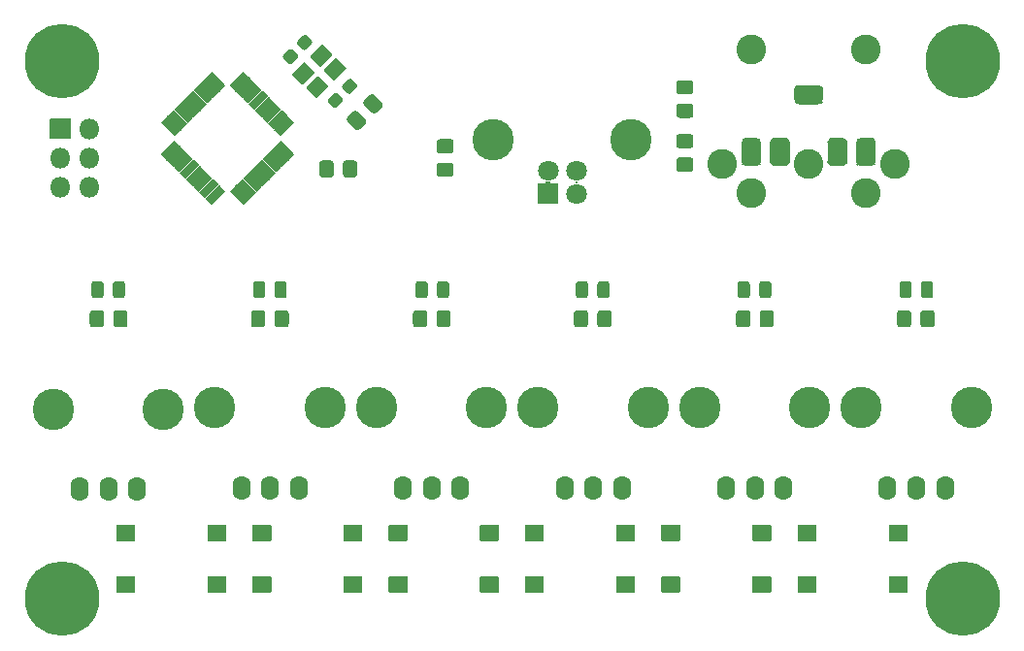
<source format=gbr>
G04 #@! TF.GenerationSoftware,KiCad,Pcbnew,(5.1.10)-1*
G04 #@! TF.CreationDate,2021-09-13T18:31:10+02:00*
G04 #@! TF.ProjectId,CardSizeMidiController,43617264-5369-47a6-954d-696469436f6e,rev?*
G04 #@! TF.SameCoordinates,Original*
G04 #@! TF.FileFunction,Soldermask,Top*
G04 #@! TF.FilePolarity,Negative*
%FSLAX46Y46*%
G04 Gerber Fmt 4.6, Leading zero omitted, Abs format (unit mm)*
G04 Created by KiCad (PCBNEW (5.1.10)-1) date 2021-09-13 18:31:10*
%MOMM*%
%LPD*%
G01*
G04 APERTURE LIST*
%ADD10O,1.602000X2.102000*%
%ADD11C,3.602000*%
%ADD12O,1.802000X1.802000*%
%ADD13C,1.802000*%
%ADD14C,0.902000*%
%ADD15C,6.502000*%
%ADD16C,2.601360*%
%ADD17C,0.100000*%
G04 APERTURE END LIST*
G36*
G01*
X75691000Y-49877000D02*
X75691000Y-48577000D01*
G75*
G02*
X75742000Y-48526000I51000J0D01*
G01*
X77292000Y-48526000D01*
G75*
G02*
X77343000Y-48577000I0J-51000D01*
G01*
X77343000Y-49877000D01*
G75*
G02*
X77292000Y-49928000I-51000J0D01*
G01*
X75742000Y-49928000D01*
G75*
G02*
X75691000Y-49877000I0J51000D01*
G01*
G37*
G36*
G01*
X75691000Y-45377000D02*
X75691000Y-44077000D01*
G75*
G02*
X75742000Y-44026000I51000J0D01*
G01*
X77292000Y-44026000D01*
G75*
G02*
X77343000Y-44077000I0J-51000D01*
G01*
X77343000Y-45377000D01*
G75*
G02*
X77292000Y-45428000I-51000J0D01*
G01*
X75742000Y-45428000D01*
G75*
G02*
X75691000Y-45377000I0J51000D01*
G01*
G37*
G36*
G01*
X67741000Y-45377000D02*
X67741000Y-44077000D01*
G75*
G02*
X67792000Y-44026000I51000J0D01*
G01*
X69342000Y-44026000D01*
G75*
G02*
X69393000Y-44077000I0J-51000D01*
G01*
X69393000Y-45377000D01*
G75*
G02*
X69342000Y-45428000I-51000J0D01*
G01*
X67792000Y-45428000D01*
G75*
G02*
X67741000Y-45377000I0J51000D01*
G01*
G37*
G36*
G01*
X67741000Y-49877000D02*
X67741000Y-48577000D01*
G75*
G02*
X67792000Y-48526000I51000J0D01*
G01*
X69342000Y-48526000D01*
G75*
G02*
X69393000Y-48577000I0J-51000D01*
G01*
X69393000Y-49877000D01*
G75*
G02*
X69342000Y-49928000I-51000J0D01*
G01*
X67792000Y-49928000D01*
G75*
G02*
X67741000Y-49877000I0J51000D01*
G01*
G37*
G36*
G01*
X63803800Y-49877000D02*
X63803800Y-48577000D01*
G75*
G02*
X63854800Y-48526000I51000J0D01*
G01*
X65404800Y-48526000D01*
G75*
G02*
X65455800Y-48577000I0J-51000D01*
G01*
X65455800Y-49877000D01*
G75*
G02*
X65404800Y-49928000I-51000J0D01*
G01*
X63854800Y-49928000D01*
G75*
G02*
X63803800Y-49877000I0J51000D01*
G01*
G37*
G36*
G01*
X63803800Y-45377000D02*
X63803800Y-44077000D01*
G75*
G02*
X63854800Y-44026000I51000J0D01*
G01*
X65404800Y-44026000D01*
G75*
G02*
X65455800Y-44077000I0J-51000D01*
G01*
X65455800Y-45377000D01*
G75*
G02*
X65404800Y-45428000I-51000J0D01*
G01*
X63854800Y-45428000D01*
G75*
G02*
X63803800Y-45377000I0J51000D01*
G01*
G37*
G36*
G01*
X55853800Y-45377000D02*
X55853800Y-44077000D01*
G75*
G02*
X55904800Y-44026000I51000J0D01*
G01*
X57454800Y-44026000D01*
G75*
G02*
X57505800Y-44077000I0J-51000D01*
G01*
X57505800Y-45377000D01*
G75*
G02*
X57454800Y-45428000I-51000J0D01*
G01*
X55904800Y-45428000D01*
G75*
G02*
X55853800Y-45377000I0J51000D01*
G01*
G37*
G36*
G01*
X55853800Y-49877000D02*
X55853800Y-48577000D01*
G75*
G02*
X55904800Y-48526000I51000J0D01*
G01*
X57454800Y-48526000D01*
G75*
G02*
X57505800Y-48577000I0J-51000D01*
G01*
X57505800Y-49877000D01*
G75*
G02*
X57454800Y-49928000I-51000J0D01*
G01*
X55904800Y-49928000D01*
G75*
G02*
X55853800Y-49877000I0J51000D01*
G01*
G37*
G36*
G01*
X51916600Y-49877000D02*
X51916600Y-48577000D01*
G75*
G02*
X51967600Y-48526000I51000J0D01*
G01*
X53517600Y-48526000D01*
G75*
G02*
X53568600Y-48577000I0J-51000D01*
G01*
X53568600Y-49877000D01*
G75*
G02*
X53517600Y-49928000I-51000J0D01*
G01*
X51967600Y-49928000D01*
G75*
G02*
X51916600Y-49877000I0J51000D01*
G01*
G37*
G36*
G01*
X51916600Y-45377000D02*
X51916600Y-44077000D01*
G75*
G02*
X51967600Y-44026000I51000J0D01*
G01*
X53517600Y-44026000D01*
G75*
G02*
X53568600Y-44077000I0J-51000D01*
G01*
X53568600Y-45377000D01*
G75*
G02*
X53517600Y-45428000I-51000J0D01*
G01*
X51967600Y-45428000D01*
G75*
G02*
X51916600Y-45377000I0J51000D01*
G01*
G37*
G36*
G01*
X43966600Y-45377000D02*
X43966600Y-44077000D01*
G75*
G02*
X44017600Y-44026000I51000J0D01*
G01*
X45567600Y-44026000D01*
G75*
G02*
X45618600Y-44077000I0J-51000D01*
G01*
X45618600Y-45377000D01*
G75*
G02*
X45567600Y-45428000I-51000J0D01*
G01*
X44017600Y-45428000D01*
G75*
G02*
X43966600Y-45377000I0J51000D01*
G01*
G37*
G36*
G01*
X43966600Y-49877000D02*
X43966600Y-48577000D01*
G75*
G02*
X44017600Y-48526000I51000J0D01*
G01*
X45567600Y-48526000D01*
G75*
G02*
X45618600Y-48577000I0J-51000D01*
G01*
X45618600Y-49877000D01*
G75*
G02*
X45567600Y-49928000I-51000J0D01*
G01*
X44017600Y-49928000D01*
G75*
G02*
X43966600Y-49877000I0J51000D01*
G01*
G37*
G36*
G01*
X40029400Y-49877000D02*
X40029400Y-48577000D01*
G75*
G02*
X40080400Y-48526000I51000J0D01*
G01*
X41630400Y-48526000D01*
G75*
G02*
X41681400Y-48577000I0J-51000D01*
G01*
X41681400Y-49877000D01*
G75*
G02*
X41630400Y-49928000I-51000J0D01*
G01*
X40080400Y-49928000D01*
G75*
G02*
X40029400Y-49877000I0J51000D01*
G01*
G37*
G36*
G01*
X40029400Y-45377000D02*
X40029400Y-44077000D01*
G75*
G02*
X40080400Y-44026000I51000J0D01*
G01*
X41630400Y-44026000D01*
G75*
G02*
X41681400Y-44077000I0J-51000D01*
G01*
X41681400Y-45377000D01*
G75*
G02*
X41630400Y-45428000I-51000J0D01*
G01*
X40080400Y-45428000D01*
G75*
G02*
X40029400Y-45377000I0J51000D01*
G01*
G37*
G36*
G01*
X32079400Y-45377000D02*
X32079400Y-44077000D01*
G75*
G02*
X32130400Y-44026000I51000J0D01*
G01*
X33680400Y-44026000D01*
G75*
G02*
X33731400Y-44077000I0J-51000D01*
G01*
X33731400Y-45377000D01*
G75*
G02*
X33680400Y-45428000I-51000J0D01*
G01*
X32130400Y-45428000D01*
G75*
G02*
X32079400Y-45377000I0J51000D01*
G01*
G37*
G36*
G01*
X32079400Y-49877000D02*
X32079400Y-48577000D01*
G75*
G02*
X32130400Y-48526000I51000J0D01*
G01*
X33680400Y-48526000D01*
G75*
G02*
X33731400Y-48577000I0J-51000D01*
G01*
X33731400Y-49877000D01*
G75*
G02*
X33680400Y-49928000I-51000J0D01*
G01*
X32130400Y-49928000D01*
G75*
G02*
X32079400Y-49877000I0J51000D01*
G01*
G37*
G36*
G01*
X28142200Y-49877000D02*
X28142200Y-48577000D01*
G75*
G02*
X28193200Y-48526000I51000J0D01*
G01*
X29743200Y-48526000D01*
G75*
G02*
X29794200Y-48577000I0J-51000D01*
G01*
X29794200Y-49877000D01*
G75*
G02*
X29743200Y-49928000I-51000J0D01*
G01*
X28193200Y-49928000D01*
G75*
G02*
X28142200Y-49877000I0J51000D01*
G01*
G37*
G36*
G01*
X28142200Y-45377000D02*
X28142200Y-44077000D01*
G75*
G02*
X28193200Y-44026000I51000J0D01*
G01*
X29743200Y-44026000D01*
G75*
G02*
X29794200Y-44077000I0J-51000D01*
G01*
X29794200Y-45377000D01*
G75*
G02*
X29743200Y-45428000I-51000J0D01*
G01*
X28193200Y-45428000D01*
G75*
G02*
X28142200Y-45377000I0J51000D01*
G01*
G37*
G36*
G01*
X20192200Y-45377000D02*
X20192200Y-44077000D01*
G75*
G02*
X20243200Y-44026000I51000J0D01*
G01*
X21793200Y-44026000D01*
G75*
G02*
X21844200Y-44077000I0J-51000D01*
G01*
X21844200Y-45377000D01*
G75*
G02*
X21793200Y-45428000I-51000J0D01*
G01*
X20243200Y-45428000D01*
G75*
G02*
X20192200Y-45377000I0J51000D01*
G01*
G37*
G36*
G01*
X20192200Y-49877000D02*
X20192200Y-48577000D01*
G75*
G02*
X20243200Y-48526000I51000J0D01*
G01*
X21793200Y-48526000D01*
G75*
G02*
X21844200Y-48577000I0J-51000D01*
G01*
X21844200Y-49877000D01*
G75*
G02*
X21793200Y-49928000I-51000J0D01*
G01*
X20243200Y-49928000D01*
G75*
G02*
X20192200Y-49877000I0J51000D01*
G01*
G37*
G36*
G01*
X16255000Y-49877000D02*
X16255000Y-48577000D01*
G75*
G02*
X16306000Y-48526000I51000J0D01*
G01*
X17856000Y-48526000D01*
G75*
G02*
X17907000Y-48577000I0J-51000D01*
G01*
X17907000Y-49877000D01*
G75*
G02*
X17856000Y-49928000I-51000J0D01*
G01*
X16306000Y-49928000D01*
G75*
G02*
X16255000Y-49877000I0J51000D01*
G01*
G37*
G36*
G01*
X16255000Y-45377000D02*
X16255000Y-44077000D01*
G75*
G02*
X16306000Y-44026000I51000J0D01*
G01*
X17856000Y-44026000D01*
G75*
G02*
X17907000Y-44077000I0J-51000D01*
G01*
X17907000Y-45377000D01*
G75*
G02*
X17856000Y-45428000I-51000J0D01*
G01*
X16306000Y-45428000D01*
G75*
G02*
X16255000Y-45377000I0J51000D01*
G01*
G37*
G36*
G01*
X8305000Y-45377000D02*
X8305000Y-44077000D01*
G75*
G02*
X8356000Y-44026000I51000J0D01*
G01*
X9906000Y-44026000D01*
G75*
G02*
X9957000Y-44077000I0J-51000D01*
G01*
X9957000Y-45377000D01*
G75*
G02*
X9906000Y-45428000I-51000J0D01*
G01*
X8356000Y-45428000D01*
G75*
G02*
X8305000Y-45377000I0J51000D01*
G01*
G37*
G36*
G01*
X8305000Y-49877000D02*
X8305000Y-48577000D01*
G75*
G02*
X8356000Y-48526000I51000J0D01*
G01*
X9906000Y-48526000D01*
G75*
G02*
X9957000Y-48577000I0J-51000D01*
G01*
X9957000Y-49877000D01*
G75*
G02*
X9906000Y-49928000I-51000J0D01*
G01*
X8356000Y-49928000D01*
G75*
G02*
X8305000Y-49877000I0J51000D01*
G01*
G37*
G36*
G01*
X30620717Y-8056448D02*
X29943552Y-7379283D01*
G75*
G02*
X29943552Y-6994373I192455J192455D01*
G01*
X30443941Y-6493984D01*
G75*
G02*
X30828851Y-6493984I192455J-192455D01*
G01*
X31506016Y-7171149D01*
G75*
G02*
X31506016Y-7556059I-192455J-192455D01*
G01*
X31005627Y-8056448D01*
G75*
G02*
X30620717Y-8056448I-192455J192455D01*
G01*
G37*
G36*
G01*
X29171149Y-9506016D02*
X28493984Y-8828851D01*
G75*
G02*
X28493984Y-8443941I192455J192455D01*
G01*
X28994373Y-7943552D01*
G75*
G02*
X29379283Y-7943552I192455J-192455D01*
G01*
X30056448Y-8620717D01*
G75*
G02*
X30056448Y-9005627I-192455J-192455D01*
G01*
X29556059Y-9506016D01*
G75*
G02*
X29171149Y-9506016I-192455J192455D01*
G01*
G37*
G36*
G01*
X37478828Y-13651000D02*
X36521172Y-13651000D01*
G75*
G02*
X36249000Y-13378828I0J272172D01*
G01*
X36249000Y-12671172D01*
G75*
G02*
X36521172Y-12399000I272172J0D01*
G01*
X37478828Y-12399000D01*
G75*
G02*
X37751000Y-12671172I0J-272172D01*
G01*
X37751000Y-13378828D01*
G75*
G02*
X37478828Y-13651000I-272172J0D01*
G01*
G37*
G36*
G01*
X37478828Y-11601000D02*
X36521172Y-11601000D01*
G75*
G02*
X36249000Y-11328828I0J272172D01*
G01*
X36249000Y-10621172D01*
G75*
G02*
X36521172Y-10349000I272172J0D01*
G01*
X37478828Y-10349000D01*
G75*
G02*
X37751000Y-10621172I0J-272172D01*
G01*
X37751000Y-11328828D01*
G75*
G02*
X37478828Y-11601000I-272172J0D01*
G01*
G37*
G36*
G01*
X69958000Y-6051500D02*
X69958000Y-6902500D01*
G75*
G02*
X69532500Y-7328000I-425500J0D01*
G01*
X67881500Y-7328000D01*
G75*
G02*
X67456000Y-6902500I0J425500D01*
G01*
X67456000Y-6051500D01*
G75*
G02*
X67881500Y-5626000I425500J0D01*
G01*
X69532500Y-5626000D01*
G75*
G02*
X69958000Y-6051500I0J-425500D01*
G01*
G37*
G36*
G01*
X67058000Y-10651500D02*
X67058000Y-12302500D01*
G75*
G02*
X66632500Y-12728000I-425500J0D01*
G01*
X65781500Y-12728000D01*
G75*
G02*
X65356000Y-12302500I0J425500D01*
G01*
X65356000Y-10651500D01*
G75*
G02*
X65781500Y-10226000I425500J0D01*
G01*
X66632500Y-10226000D01*
G75*
G02*
X67058000Y-10651500I0J-425500D01*
G01*
G37*
G36*
G01*
X72058000Y-10651500D02*
X72058000Y-12302500D01*
G75*
G02*
X71632500Y-12728000I-425500J0D01*
G01*
X70781500Y-12728000D01*
G75*
G02*
X70356000Y-12302500I0J425500D01*
G01*
X70356000Y-10651500D01*
G75*
G02*
X70781500Y-10226000I425500J0D01*
G01*
X71632500Y-10226000D01*
G75*
G02*
X72058000Y-10651500I0J-425500D01*
G01*
G37*
G36*
G01*
X64558000Y-10651500D02*
X64558000Y-12302500D01*
G75*
G02*
X64132500Y-12728000I-425500J0D01*
G01*
X63281500Y-12728000D01*
G75*
G02*
X62856000Y-12302500I0J425500D01*
G01*
X62856000Y-10651500D01*
G75*
G02*
X63281500Y-10226000I425500J0D01*
G01*
X64132500Y-10226000D01*
G75*
G02*
X64558000Y-10651500I0J-425500D01*
G01*
G37*
G36*
G01*
X74558000Y-10651500D02*
X74558000Y-12302500D01*
G75*
G02*
X74132500Y-12728000I-425500J0D01*
G01*
X73281500Y-12728000D01*
G75*
G02*
X72856000Y-12302500I0J425500D01*
G01*
X72856000Y-10651500D01*
G75*
G02*
X73281500Y-10226000I425500J0D01*
G01*
X74132500Y-10226000D01*
G75*
G02*
X74558000Y-10651500I0J-425500D01*
G01*
G37*
G36*
G01*
X6144000Y-23976750D02*
X6144000Y-23013250D01*
G75*
G02*
X6413250Y-22744000I269250J0D01*
G01*
X6951750Y-22744000D01*
G75*
G02*
X7221000Y-23013250I0J-269250D01*
G01*
X7221000Y-23976750D01*
G75*
G02*
X6951750Y-24246000I-269250J0D01*
G01*
X6413250Y-24246000D01*
G75*
G02*
X6144000Y-23976750I0J269250D01*
G01*
G37*
G36*
G01*
X8019000Y-23976750D02*
X8019000Y-23013250D01*
G75*
G02*
X8288250Y-22744000I269250J0D01*
G01*
X8826750Y-22744000D01*
G75*
G02*
X9096000Y-23013250I0J-269250D01*
G01*
X9096000Y-23976750D01*
G75*
G02*
X8826750Y-24246000I-269250J0D01*
G01*
X8288250Y-24246000D01*
G75*
G02*
X8019000Y-23976750I0J269250D01*
G01*
G37*
G36*
G01*
X6007700Y-26513828D02*
X6007700Y-25556172D01*
G75*
G02*
X6279872Y-25284000I272172J0D01*
G01*
X6987528Y-25284000D01*
G75*
G02*
X7259700Y-25556172I0J-272172D01*
G01*
X7259700Y-26513828D01*
G75*
G02*
X6987528Y-26786000I-272172J0D01*
G01*
X6279872Y-26786000D01*
G75*
G02*
X6007700Y-26513828I0J272172D01*
G01*
G37*
G36*
G01*
X8057700Y-26513828D02*
X8057700Y-25556172D01*
G75*
G02*
X8329872Y-25284000I272172J0D01*
G01*
X9037528Y-25284000D01*
G75*
G02*
X9309700Y-25556172I0J-272172D01*
G01*
X9309700Y-26513828D01*
G75*
G02*
X9037528Y-26786000I-272172J0D01*
G01*
X8329872Y-26786000D01*
G75*
G02*
X8057700Y-26513828I0J272172D01*
G01*
G37*
D10*
X5121400Y-40909000D03*
X7621400Y-40909000D03*
X10121400Y-40909000D03*
D11*
X2821400Y-33909000D03*
X12421400Y-33909000D03*
G36*
G01*
X28448094Y-6340845D02*
X28076155Y-5968906D01*
G75*
G02*
X28076155Y-5596968I185969J185969D01*
G01*
X28518804Y-5154319D01*
G75*
G02*
X28890742Y-5154319I185969J-185969D01*
G01*
X29262681Y-5526258D01*
G75*
G02*
X29262681Y-5898196I-185969J-185969D01*
G01*
X28820032Y-6340845D01*
G75*
G02*
X28448094Y-6340845I-185969J185969D01*
G01*
G37*
G36*
G01*
X27210658Y-7578281D02*
X26838719Y-7206342D01*
G75*
G02*
X26838719Y-6834404I185969J185969D01*
G01*
X27281368Y-6391755D01*
G75*
G02*
X27653306Y-6391755I185969J-185969D01*
G01*
X28025245Y-6763694D01*
G75*
G02*
X28025245Y-7135632I-185969J-185969D01*
G01*
X27582596Y-7578281D01*
G75*
G02*
X27210658Y-7578281I-185969J185969D01*
G01*
G37*
G36*
G01*
X24970042Y-1328019D02*
X25341981Y-1699958D01*
G75*
G02*
X25341981Y-2071896I-185969J-185969D01*
G01*
X24899332Y-2514545D01*
G75*
G02*
X24527394Y-2514545I-185969J185969D01*
G01*
X24155455Y-2142606D01*
G75*
G02*
X24155455Y-1770668I185969J185969D01*
G01*
X24598104Y-1328019D01*
G75*
G02*
X24970042Y-1328019I185969J-185969D01*
G01*
G37*
G36*
G01*
X23732606Y-2565455D02*
X24104545Y-2937394D01*
G75*
G02*
X24104545Y-3309332I-185969J-185969D01*
G01*
X23661896Y-3751981D01*
G75*
G02*
X23289958Y-3751981I-185969J185969D01*
G01*
X22918019Y-3380042D01*
G75*
G02*
X22918019Y-3008104I185969J185969D01*
G01*
X23360668Y-2565455D01*
G75*
G02*
X23732606Y-2565455I185969J-185969D01*
G01*
G37*
G36*
G01*
X2528000Y-10299000D02*
X2528000Y-8599000D01*
G75*
G02*
X2579000Y-8548000I51000J0D01*
G01*
X4279000Y-8548000D01*
G75*
G02*
X4330000Y-8599000I0J-51000D01*
G01*
X4330000Y-10299000D01*
G75*
G02*
X4279000Y-10350000I-51000J0D01*
G01*
X2579000Y-10350000D01*
G75*
G02*
X2528000Y-10299000I0J51000D01*
G01*
G37*
D12*
X5969000Y-9449000D03*
X3429000Y-11989000D03*
X5969000Y-11989000D03*
X3429000Y-14529000D03*
X5969000Y-14529000D03*
G36*
G01*
X46824000Y-16014000D02*
X45124000Y-16014000D01*
G75*
G02*
X45073000Y-15963000I0J51000D01*
G01*
X45073000Y-14263000D01*
G75*
G02*
X45124000Y-14212000I51000J0D01*
G01*
X46824000Y-14212000D01*
G75*
G02*
X46875000Y-14263000I0J-51000D01*
G01*
X46875000Y-15963000D01*
G75*
G02*
X46824000Y-16014000I-51000J0D01*
G01*
G37*
D13*
X48474000Y-15113000D03*
X48474000Y-13113000D03*
X45974000Y-13113000D03*
D11*
X41204000Y-10403000D03*
X53244000Y-10403000D03*
G36*
G01*
X25751450Y-6779160D02*
X24902921Y-5930631D01*
G75*
G02*
X24902921Y-5858507I36062J36062D01*
G01*
X25892872Y-4868556D01*
G75*
G02*
X25964996Y-4868556I36062J-36062D01*
G01*
X26813525Y-5717085D01*
G75*
G02*
X26813525Y-5789209I-36062J-36062D01*
G01*
X25823574Y-6779160D01*
G75*
G02*
X25751450Y-6779160I-36062J36062D01*
G01*
G37*
G36*
G01*
X27307085Y-5223525D02*
X26458556Y-4374996D01*
G75*
G02*
X26458556Y-4302872I36062J36062D01*
G01*
X27448507Y-3312921D01*
G75*
G02*
X27520631Y-3312921I36062J-36062D01*
G01*
X28369160Y-4161450D01*
G75*
G02*
X28369160Y-4233574I-36062J-36062D01*
G01*
X27379209Y-5223525D01*
G75*
G02*
X27307085Y-5223525I-36062J36062D01*
G01*
G37*
G36*
G01*
X26105004Y-4021444D02*
X25256475Y-3172915D01*
G75*
G02*
X25256475Y-3100791I36062J36062D01*
G01*
X26246426Y-2110840D01*
G75*
G02*
X26318550Y-2110840I36062J-36062D01*
G01*
X27167079Y-2959369D01*
G75*
G02*
X27167079Y-3031493I-36062J-36062D01*
G01*
X26177128Y-4021444D01*
G75*
G02*
X26105004Y-4021444I-36062J36062D01*
G01*
G37*
G36*
G01*
X24549369Y-5577079D02*
X23700840Y-4728550D01*
G75*
G02*
X23700840Y-4656426I36062J36062D01*
G01*
X24690791Y-3666475D01*
G75*
G02*
X24762915Y-3666475I36062J-36062D01*
G01*
X25611444Y-4515004D01*
G75*
G02*
X25611444Y-4587128I-36062J-36062D01*
G01*
X24621493Y-5577079D01*
G75*
G02*
X24549369Y-5577079I-36062J36062D01*
G01*
G37*
G36*
G01*
X22116000Y-23976750D02*
X22116000Y-23013250D01*
G75*
G02*
X22385250Y-22744000I269250J0D01*
G01*
X22923750Y-22744000D01*
G75*
G02*
X23193000Y-23013250I0J-269250D01*
G01*
X23193000Y-23976750D01*
G75*
G02*
X22923750Y-24246000I-269250J0D01*
G01*
X22385250Y-24246000D01*
G75*
G02*
X22116000Y-23976750I0J269250D01*
G01*
G37*
G36*
G01*
X20241000Y-23976750D02*
X20241000Y-23013250D01*
G75*
G02*
X20510250Y-22744000I269250J0D01*
G01*
X21048750Y-22744000D01*
G75*
G02*
X21318000Y-23013250I0J-269250D01*
G01*
X21318000Y-23976750D01*
G75*
G02*
X21048750Y-24246000I-269250J0D01*
G01*
X20510250Y-24246000D01*
G75*
G02*
X20241000Y-23976750I0J269250D01*
G01*
G37*
G36*
G01*
X34412600Y-23976750D02*
X34412600Y-23013250D01*
G75*
G02*
X34681850Y-22744000I269250J0D01*
G01*
X35220350Y-22744000D01*
G75*
G02*
X35489600Y-23013250I0J-269250D01*
G01*
X35489600Y-23976750D01*
G75*
G02*
X35220350Y-24246000I-269250J0D01*
G01*
X34681850Y-24246000D01*
G75*
G02*
X34412600Y-23976750I0J269250D01*
G01*
G37*
G36*
G01*
X36287600Y-23976750D02*
X36287600Y-23013250D01*
G75*
G02*
X36556850Y-22744000I269250J0D01*
G01*
X37095350Y-22744000D01*
G75*
G02*
X37364600Y-23013250I0J-269250D01*
G01*
X37364600Y-23976750D01*
G75*
G02*
X37095350Y-24246000I-269250J0D01*
G01*
X36556850Y-24246000D01*
G75*
G02*
X36287600Y-23976750I0J269250D01*
G01*
G37*
G36*
G01*
X50275400Y-23976750D02*
X50275400Y-23013250D01*
G75*
G02*
X50544650Y-22744000I269250J0D01*
G01*
X51083150Y-22744000D01*
G75*
G02*
X51352400Y-23013250I0J-269250D01*
G01*
X51352400Y-23976750D01*
G75*
G02*
X51083150Y-24246000I-269250J0D01*
G01*
X50544650Y-24246000D01*
G75*
G02*
X50275400Y-23976750I0J269250D01*
G01*
G37*
G36*
G01*
X48400400Y-23976750D02*
X48400400Y-23013250D01*
G75*
G02*
X48669650Y-22744000I269250J0D01*
G01*
X49208150Y-22744000D01*
G75*
G02*
X49477400Y-23013250I0J-269250D01*
G01*
X49477400Y-23976750D01*
G75*
G02*
X49208150Y-24246000I-269250J0D01*
G01*
X48669650Y-24246000D01*
G75*
G02*
X48400400Y-23976750I0J269250D01*
G01*
G37*
G36*
G01*
X62515300Y-23976750D02*
X62515300Y-23013250D01*
G75*
G02*
X62784550Y-22744000I269250J0D01*
G01*
X63323050Y-22744000D01*
G75*
G02*
X63592300Y-23013250I0J-269250D01*
G01*
X63592300Y-23976750D01*
G75*
G02*
X63323050Y-24246000I-269250J0D01*
G01*
X62784550Y-24246000D01*
G75*
G02*
X62515300Y-23976750I0J269250D01*
G01*
G37*
G36*
G01*
X64390300Y-23976750D02*
X64390300Y-23013250D01*
G75*
G02*
X64659550Y-22744000I269250J0D01*
G01*
X65198050Y-22744000D01*
G75*
G02*
X65467300Y-23013250I0J-269250D01*
G01*
X65467300Y-23976750D01*
G75*
G02*
X65198050Y-24246000I-269250J0D01*
G01*
X64659550Y-24246000D01*
G75*
G02*
X64390300Y-23976750I0J269250D01*
G01*
G37*
G36*
G01*
X78504000Y-23976750D02*
X78504000Y-23013250D01*
G75*
G02*
X78773250Y-22744000I269250J0D01*
G01*
X79311750Y-22744000D01*
G75*
G02*
X79581000Y-23013250I0J-269250D01*
G01*
X79581000Y-23976750D01*
G75*
G02*
X79311750Y-24246000I-269250J0D01*
G01*
X78773250Y-24246000D01*
G75*
G02*
X78504000Y-23976750I0J269250D01*
G01*
G37*
G36*
G01*
X76629000Y-23976750D02*
X76629000Y-23013250D01*
G75*
G02*
X76898250Y-22744000I269250J0D01*
G01*
X77436750Y-22744000D01*
G75*
G02*
X77706000Y-23013250I0J-269250D01*
G01*
X77706000Y-23976750D01*
G75*
G02*
X77436750Y-24246000I-269250J0D01*
G01*
X76898250Y-24246000D01*
G75*
G02*
X76629000Y-23976750I0J269250D01*
G01*
G37*
D14*
X83866056Y-48721944D03*
X82169000Y-48019000D03*
X80471944Y-48721944D03*
X79769000Y-50419000D03*
X80471944Y-52116056D03*
X82169000Y-52819000D03*
X83866056Y-52116056D03*
X84569000Y-50419000D03*
D15*
X82169000Y-50419000D03*
X3556000Y-3556000D03*
D14*
X5956000Y-3556000D03*
X5253056Y-5253056D03*
X3556000Y-5956000D03*
X1858944Y-5253056D03*
X1156000Y-3556000D03*
X1858944Y-1858944D03*
X3556000Y-1156000D03*
X5253056Y-1858944D03*
X5253056Y-48721944D03*
X3556000Y-48019000D03*
X1858944Y-48721944D03*
X1156000Y-50419000D03*
X1858944Y-52116056D03*
X3556000Y-52819000D03*
X5253056Y-52116056D03*
X5956000Y-50419000D03*
D15*
X3556000Y-50419000D03*
X82169000Y-3556000D03*
D14*
X84569000Y-3556000D03*
X83866056Y-5253056D03*
X82169000Y-5956000D03*
X80471944Y-5253056D03*
X79769000Y-3556000D03*
X80471944Y-1858944D03*
X82169000Y-1156000D03*
X83866056Y-1858944D03*
G36*
G01*
X23426396Y-8465493D02*
X23815305Y-8854402D01*
G75*
G02*
X23815305Y-8926526I-36062J-36062D01*
G01*
X22683934Y-10057897D01*
G75*
G02*
X22611810Y-10057897I-36062J36062D01*
G01*
X22222901Y-9668988D01*
G75*
G02*
X22222901Y-9596864I36062J36062D01*
G01*
X23354272Y-8465493D01*
G75*
G02*
X23426396Y-8465493I36062J-36062D01*
G01*
G37*
G36*
G01*
X22860710Y-7899808D02*
X23249619Y-8288717D01*
G75*
G02*
X23249619Y-8360841I-36062J-36062D01*
G01*
X22118248Y-9492212D01*
G75*
G02*
X22046124Y-9492212I-36062J36062D01*
G01*
X21657215Y-9103303D01*
G75*
G02*
X21657215Y-9031179I36062J36062D01*
G01*
X22788586Y-7899808D01*
G75*
G02*
X22860710Y-7899808I36062J-36062D01*
G01*
G37*
G36*
G01*
X22295025Y-7334122D02*
X22683934Y-7723031D01*
G75*
G02*
X22683934Y-7795155I-36062J-36062D01*
G01*
X21552563Y-8926526D01*
G75*
G02*
X21480439Y-8926526I-36062J36062D01*
G01*
X21091530Y-8537617D01*
G75*
G02*
X21091530Y-8465493I36062J36062D01*
G01*
X22222901Y-7334122D01*
G75*
G02*
X22295025Y-7334122I36062J-36062D01*
G01*
G37*
G36*
G01*
X21729340Y-6768437D02*
X22118249Y-7157346D01*
G75*
G02*
X22118249Y-7229470I-36062J-36062D01*
G01*
X20986878Y-8360841D01*
G75*
G02*
X20914754Y-8360841I-36062J36062D01*
G01*
X20525845Y-7971932D01*
G75*
G02*
X20525845Y-7899808I36062J36062D01*
G01*
X21657216Y-6768437D01*
G75*
G02*
X21729340Y-6768437I36062J-36062D01*
G01*
G37*
G36*
G01*
X21163654Y-6202751D02*
X21552563Y-6591660D01*
G75*
G02*
X21552563Y-6663784I-36062J-36062D01*
G01*
X20421192Y-7795155D01*
G75*
G02*
X20349068Y-7795155I-36062J36062D01*
G01*
X19960159Y-7406246D01*
G75*
G02*
X19960159Y-7334122I36062J36062D01*
G01*
X21091530Y-6202751D01*
G75*
G02*
X21163654Y-6202751I36062J-36062D01*
G01*
G37*
G36*
G01*
X20597969Y-5637066D02*
X20986878Y-6025975D01*
G75*
G02*
X20986878Y-6098099I-36062J-36062D01*
G01*
X19855507Y-7229470D01*
G75*
G02*
X19783383Y-7229470I-36062J36062D01*
G01*
X19394474Y-6840561D01*
G75*
G02*
X19394474Y-6768437I36062J36062D01*
G01*
X20525845Y-5637066D01*
G75*
G02*
X20597969Y-5637066I36062J-36062D01*
G01*
G37*
G36*
G01*
X20032283Y-5071381D02*
X20421192Y-5460290D01*
G75*
G02*
X20421192Y-5532414I-36062J-36062D01*
G01*
X19289821Y-6663785D01*
G75*
G02*
X19217697Y-6663785I-36062J36062D01*
G01*
X18828788Y-6274876D01*
G75*
G02*
X18828788Y-6202752I36062J36062D01*
G01*
X19960159Y-5071381D01*
G75*
G02*
X20032283Y-5071381I36062J-36062D01*
G01*
G37*
G36*
G01*
X19466598Y-4505695D02*
X19855507Y-4894604D01*
G75*
G02*
X19855507Y-4966728I-36062J-36062D01*
G01*
X18724136Y-6098099D01*
G75*
G02*
X18652012Y-6098099I-36062J36062D01*
G01*
X18263103Y-5709190D01*
G75*
G02*
X18263103Y-5637066I36062J36062D01*
G01*
X19394474Y-4505695D01*
G75*
G02*
X19466598Y-4505695I36062J-36062D01*
G01*
G37*
G36*
G01*
X16212493Y-4894604D02*
X16601402Y-4505695D01*
G75*
G02*
X16673526Y-4505695I36062J-36062D01*
G01*
X17804897Y-5637066D01*
G75*
G02*
X17804897Y-5709190I-36062J-36062D01*
G01*
X17415988Y-6098099D01*
G75*
G02*
X17343864Y-6098099I-36062J36062D01*
G01*
X16212493Y-4966728D01*
G75*
G02*
X16212493Y-4894604I36062J36062D01*
G01*
G37*
G36*
G01*
X15646808Y-5460290D02*
X16035717Y-5071381D01*
G75*
G02*
X16107841Y-5071381I36062J-36062D01*
G01*
X17239212Y-6202752D01*
G75*
G02*
X17239212Y-6274876I-36062J-36062D01*
G01*
X16850303Y-6663785D01*
G75*
G02*
X16778179Y-6663785I-36062J36062D01*
G01*
X15646808Y-5532414D01*
G75*
G02*
X15646808Y-5460290I36062J36062D01*
G01*
G37*
G36*
G01*
X15081122Y-6025975D02*
X15470031Y-5637066D01*
G75*
G02*
X15542155Y-5637066I36062J-36062D01*
G01*
X16673526Y-6768437D01*
G75*
G02*
X16673526Y-6840561I-36062J-36062D01*
G01*
X16284617Y-7229470D01*
G75*
G02*
X16212493Y-7229470I-36062J36062D01*
G01*
X15081122Y-6098099D01*
G75*
G02*
X15081122Y-6025975I36062J36062D01*
G01*
G37*
G36*
G01*
X14515437Y-6591660D02*
X14904346Y-6202751D01*
G75*
G02*
X14976470Y-6202751I36062J-36062D01*
G01*
X16107841Y-7334122D01*
G75*
G02*
X16107841Y-7406246I-36062J-36062D01*
G01*
X15718932Y-7795155D01*
G75*
G02*
X15646808Y-7795155I-36062J36062D01*
G01*
X14515437Y-6663784D01*
G75*
G02*
X14515437Y-6591660I36062J36062D01*
G01*
G37*
G36*
G01*
X13949751Y-7157346D02*
X14338660Y-6768437D01*
G75*
G02*
X14410784Y-6768437I36062J-36062D01*
G01*
X15542155Y-7899808D01*
G75*
G02*
X15542155Y-7971932I-36062J-36062D01*
G01*
X15153246Y-8360841D01*
G75*
G02*
X15081122Y-8360841I-36062J36062D01*
G01*
X13949751Y-7229470D01*
G75*
G02*
X13949751Y-7157346I36062J36062D01*
G01*
G37*
G36*
G01*
X13384066Y-7723031D02*
X13772975Y-7334122D01*
G75*
G02*
X13845099Y-7334122I36062J-36062D01*
G01*
X14976470Y-8465493D01*
G75*
G02*
X14976470Y-8537617I-36062J-36062D01*
G01*
X14587561Y-8926526D01*
G75*
G02*
X14515437Y-8926526I-36062J36062D01*
G01*
X13384066Y-7795155D01*
G75*
G02*
X13384066Y-7723031I36062J36062D01*
G01*
G37*
G36*
G01*
X12818381Y-8288717D02*
X13207290Y-7899808D01*
G75*
G02*
X13279414Y-7899808I36062J-36062D01*
G01*
X14410785Y-9031179D01*
G75*
G02*
X14410785Y-9103303I-36062J-36062D01*
G01*
X14021876Y-9492212D01*
G75*
G02*
X13949752Y-9492212I-36062J36062D01*
G01*
X12818381Y-8360841D01*
G75*
G02*
X12818381Y-8288717I36062J36062D01*
G01*
G37*
G36*
G01*
X12252695Y-8854402D02*
X12641604Y-8465493D01*
G75*
G02*
X12713728Y-8465493I36062J-36062D01*
G01*
X13845099Y-9596864D01*
G75*
G02*
X13845099Y-9668988I-36062J-36062D01*
G01*
X13456190Y-10057897D01*
G75*
G02*
X13384066Y-10057897I-36062J36062D01*
G01*
X12252695Y-8926526D01*
G75*
G02*
X12252695Y-8854402I36062J36062D01*
G01*
G37*
G36*
G01*
X13456190Y-10516103D02*
X13845099Y-10905012D01*
G75*
G02*
X13845099Y-10977136I-36062J-36062D01*
G01*
X12713728Y-12108507D01*
G75*
G02*
X12641604Y-12108507I-36062J36062D01*
G01*
X12252695Y-11719598D01*
G75*
G02*
X12252695Y-11647474I36062J36062D01*
G01*
X13384066Y-10516103D01*
G75*
G02*
X13456190Y-10516103I36062J-36062D01*
G01*
G37*
G36*
G01*
X14021876Y-11081788D02*
X14410785Y-11470697D01*
G75*
G02*
X14410785Y-11542821I-36062J-36062D01*
G01*
X13279414Y-12674192D01*
G75*
G02*
X13207290Y-12674192I-36062J36062D01*
G01*
X12818381Y-12285283D01*
G75*
G02*
X12818381Y-12213159I36062J36062D01*
G01*
X13949752Y-11081788D01*
G75*
G02*
X14021876Y-11081788I36062J-36062D01*
G01*
G37*
G36*
G01*
X14587561Y-11647474D02*
X14976470Y-12036383D01*
G75*
G02*
X14976470Y-12108507I-36062J-36062D01*
G01*
X13845099Y-13239878D01*
G75*
G02*
X13772975Y-13239878I-36062J36062D01*
G01*
X13384066Y-12850969D01*
G75*
G02*
X13384066Y-12778845I36062J36062D01*
G01*
X14515437Y-11647474D01*
G75*
G02*
X14587561Y-11647474I36062J-36062D01*
G01*
G37*
G36*
G01*
X15153246Y-12213159D02*
X15542155Y-12602068D01*
G75*
G02*
X15542155Y-12674192I-36062J-36062D01*
G01*
X14410784Y-13805563D01*
G75*
G02*
X14338660Y-13805563I-36062J36062D01*
G01*
X13949751Y-13416654D01*
G75*
G02*
X13949751Y-13344530I36062J36062D01*
G01*
X15081122Y-12213159D01*
G75*
G02*
X15153246Y-12213159I36062J-36062D01*
G01*
G37*
G36*
G01*
X15718932Y-12778845D02*
X16107841Y-13167754D01*
G75*
G02*
X16107841Y-13239878I-36062J-36062D01*
G01*
X14976470Y-14371249D01*
G75*
G02*
X14904346Y-14371249I-36062J36062D01*
G01*
X14515437Y-13982340D01*
G75*
G02*
X14515437Y-13910216I36062J36062D01*
G01*
X15646808Y-12778845D01*
G75*
G02*
X15718932Y-12778845I36062J-36062D01*
G01*
G37*
G36*
G01*
X16284617Y-13344530D02*
X16673526Y-13733439D01*
G75*
G02*
X16673526Y-13805563I-36062J-36062D01*
G01*
X15542155Y-14936934D01*
G75*
G02*
X15470031Y-14936934I-36062J36062D01*
G01*
X15081122Y-14548025D01*
G75*
G02*
X15081122Y-14475901I36062J36062D01*
G01*
X16212493Y-13344530D01*
G75*
G02*
X16284617Y-13344530I36062J-36062D01*
G01*
G37*
G36*
G01*
X16850303Y-13910215D02*
X17239212Y-14299124D01*
G75*
G02*
X17239212Y-14371248I-36062J-36062D01*
G01*
X16107841Y-15502619D01*
G75*
G02*
X16035717Y-15502619I-36062J36062D01*
G01*
X15646808Y-15113710D01*
G75*
G02*
X15646808Y-15041586I36062J36062D01*
G01*
X16778179Y-13910215D01*
G75*
G02*
X16850303Y-13910215I36062J-36062D01*
G01*
G37*
G36*
G01*
X17415988Y-14475901D02*
X17804897Y-14864810D01*
G75*
G02*
X17804897Y-14936934I-36062J-36062D01*
G01*
X16673526Y-16068305D01*
G75*
G02*
X16601402Y-16068305I-36062J36062D01*
G01*
X16212493Y-15679396D01*
G75*
G02*
X16212493Y-15607272I36062J36062D01*
G01*
X17343864Y-14475901D01*
G75*
G02*
X17415988Y-14475901I36062J-36062D01*
G01*
G37*
G36*
G01*
X18263103Y-14864810D02*
X18652012Y-14475901D01*
G75*
G02*
X18724136Y-14475901I36062J-36062D01*
G01*
X19855507Y-15607272D01*
G75*
G02*
X19855507Y-15679396I-36062J-36062D01*
G01*
X19466598Y-16068305D01*
G75*
G02*
X19394474Y-16068305I-36062J36062D01*
G01*
X18263103Y-14936934D01*
G75*
G02*
X18263103Y-14864810I36062J36062D01*
G01*
G37*
G36*
G01*
X18828788Y-14299124D02*
X19217697Y-13910215D01*
G75*
G02*
X19289821Y-13910215I36062J-36062D01*
G01*
X20421192Y-15041586D01*
G75*
G02*
X20421192Y-15113710I-36062J-36062D01*
G01*
X20032283Y-15502619D01*
G75*
G02*
X19960159Y-15502619I-36062J36062D01*
G01*
X18828788Y-14371248D01*
G75*
G02*
X18828788Y-14299124I36062J36062D01*
G01*
G37*
G36*
G01*
X19394474Y-13733439D02*
X19783383Y-13344530D01*
G75*
G02*
X19855507Y-13344530I36062J-36062D01*
G01*
X20986878Y-14475901D01*
G75*
G02*
X20986878Y-14548025I-36062J-36062D01*
G01*
X20597969Y-14936934D01*
G75*
G02*
X20525845Y-14936934I-36062J36062D01*
G01*
X19394474Y-13805563D01*
G75*
G02*
X19394474Y-13733439I36062J36062D01*
G01*
G37*
G36*
G01*
X19960159Y-13167754D02*
X20349068Y-12778845D01*
G75*
G02*
X20421192Y-12778845I36062J-36062D01*
G01*
X21552563Y-13910216D01*
G75*
G02*
X21552563Y-13982340I-36062J-36062D01*
G01*
X21163654Y-14371249D01*
G75*
G02*
X21091530Y-14371249I-36062J36062D01*
G01*
X19960159Y-13239878D01*
G75*
G02*
X19960159Y-13167754I36062J36062D01*
G01*
G37*
G36*
G01*
X20525845Y-12602068D02*
X20914754Y-12213159D01*
G75*
G02*
X20986878Y-12213159I36062J-36062D01*
G01*
X22118249Y-13344530D01*
G75*
G02*
X22118249Y-13416654I-36062J-36062D01*
G01*
X21729340Y-13805563D01*
G75*
G02*
X21657216Y-13805563I-36062J36062D01*
G01*
X20525845Y-12674192D01*
G75*
G02*
X20525845Y-12602068I36062J36062D01*
G01*
G37*
G36*
G01*
X21091530Y-12036383D02*
X21480439Y-11647474D01*
G75*
G02*
X21552563Y-11647474I36062J-36062D01*
G01*
X22683934Y-12778845D01*
G75*
G02*
X22683934Y-12850969I-36062J-36062D01*
G01*
X22295025Y-13239878D01*
G75*
G02*
X22222901Y-13239878I-36062J36062D01*
G01*
X21091530Y-12108507D01*
G75*
G02*
X21091530Y-12036383I36062J36062D01*
G01*
G37*
G36*
G01*
X21657215Y-11470697D02*
X22046124Y-11081788D01*
G75*
G02*
X22118248Y-11081788I36062J-36062D01*
G01*
X23249619Y-12213159D01*
G75*
G02*
X23249619Y-12285283I-36062J-36062D01*
G01*
X22860710Y-12674192D01*
G75*
G02*
X22788586Y-12674192I-36062J36062D01*
G01*
X21657215Y-11542821D01*
G75*
G02*
X21657215Y-11470697I36062J36062D01*
G01*
G37*
G36*
G01*
X22222901Y-10905012D02*
X22611810Y-10516103D01*
G75*
G02*
X22683934Y-10516103I36062J-36062D01*
G01*
X23815305Y-11647474D01*
G75*
G02*
X23815305Y-11719598I-36062J-36062D01*
G01*
X23426396Y-12108507D01*
G75*
G02*
X23354272Y-12108507I-36062J36062D01*
G01*
X22222901Y-10977136D01*
G75*
G02*
X22222901Y-10905012I36062J36062D01*
G01*
G37*
G36*
G01*
X57433172Y-5207000D02*
X58390828Y-5207000D01*
G75*
G02*
X58663000Y-5479172I0J-272172D01*
G01*
X58663000Y-6186828D01*
G75*
G02*
X58390828Y-6459000I-272172J0D01*
G01*
X57433172Y-6459000D01*
G75*
G02*
X57161000Y-6186828I0J272172D01*
G01*
X57161000Y-5479172D01*
G75*
G02*
X57433172Y-5207000I272172J0D01*
G01*
G37*
G36*
G01*
X57433172Y-7257000D02*
X58390828Y-7257000D01*
G75*
G02*
X58663000Y-7529172I0J-272172D01*
G01*
X58663000Y-8236828D01*
G75*
G02*
X58390828Y-8509000I-272172J0D01*
G01*
X57433172Y-8509000D01*
G75*
G02*
X57161000Y-8236828I0J272172D01*
G01*
X57161000Y-7529172D01*
G75*
G02*
X57433172Y-7257000I272172J0D01*
G01*
G37*
G36*
G01*
X58390828Y-11158000D02*
X57433172Y-11158000D01*
G75*
G02*
X57161000Y-10885828I0J272172D01*
G01*
X57161000Y-10178172D01*
G75*
G02*
X57433172Y-9906000I272172J0D01*
G01*
X58390828Y-9906000D01*
G75*
G02*
X58663000Y-10178172I0J-272172D01*
G01*
X58663000Y-10885828D01*
G75*
G02*
X58390828Y-11158000I-272172J0D01*
G01*
G37*
G36*
G01*
X58390828Y-13208000D02*
X57433172Y-13208000D01*
G75*
G02*
X57161000Y-12935828I0J272172D01*
G01*
X57161000Y-12228172D01*
G75*
G02*
X57433172Y-11956000I272172J0D01*
G01*
X58390828Y-11956000D01*
G75*
G02*
X58663000Y-12228172I0J-272172D01*
G01*
X58663000Y-12935828D01*
G75*
G02*
X58390828Y-13208000I-272172J0D01*
G01*
G37*
G36*
G01*
X29337000Y-12475172D02*
X29337000Y-13432828D01*
G75*
G02*
X29064828Y-13705000I-272172J0D01*
G01*
X28357172Y-13705000D01*
G75*
G02*
X28085000Y-13432828I0J272172D01*
G01*
X28085000Y-12475172D01*
G75*
G02*
X28357172Y-12203000I272172J0D01*
G01*
X29064828Y-12203000D01*
G75*
G02*
X29337000Y-12475172I0J-272172D01*
G01*
G37*
G36*
G01*
X27287000Y-12475172D02*
X27287000Y-13432828D01*
G75*
G02*
X27014828Y-13705000I-272172J0D01*
G01*
X26307172Y-13705000D01*
G75*
G02*
X26035000Y-13432828I0J272172D01*
G01*
X26035000Y-12475172D01*
G75*
G02*
X26307172Y-12203000I272172J0D01*
G01*
X27014828Y-12203000D01*
G75*
G02*
X27287000Y-12475172I0J-272172D01*
G01*
G37*
G36*
G01*
X76415300Y-26513828D02*
X76415300Y-25556172D01*
G75*
G02*
X76687472Y-25284000I272172J0D01*
G01*
X77395128Y-25284000D01*
G75*
G02*
X77667300Y-25556172I0J-272172D01*
G01*
X77667300Y-26513828D01*
G75*
G02*
X77395128Y-26786000I-272172J0D01*
G01*
X76687472Y-26786000D01*
G75*
G02*
X76415300Y-26513828I0J272172D01*
G01*
G37*
G36*
G01*
X78465300Y-26513828D02*
X78465300Y-25556172D01*
G75*
G02*
X78737472Y-25284000I272172J0D01*
G01*
X79445128Y-25284000D01*
G75*
G02*
X79717300Y-25556172I0J-272172D01*
G01*
X79717300Y-26513828D01*
G75*
G02*
X79445128Y-26786000I-272172J0D01*
G01*
X78737472Y-26786000D01*
G75*
G02*
X78465300Y-26513828I0J272172D01*
G01*
G37*
G36*
G01*
X64434600Y-26513828D02*
X64434600Y-25556172D01*
G75*
G02*
X64706772Y-25284000I272172J0D01*
G01*
X65414428Y-25284000D01*
G75*
G02*
X65686600Y-25556172I0J-272172D01*
G01*
X65686600Y-26513828D01*
G75*
G02*
X65414428Y-26786000I-272172J0D01*
G01*
X64706772Y-26786000D01*
G75*
G02*
X64434600Y-26513828I0J272172D01*
G01*
G37*
G36*
G01*
X62384600Y-26513828D02*
X62384600Y-25556172D01*
G75*
G02*
X62656772Y-25284000I272172J0D01*
G01*
X63364428Y-25284000D01*
G75*
G02*
X63636600Y-25556172I0J-272172D01*
G01*
X63636600Y-26513828D01*
G75*
G02*
X63364428Y-26786000I-272172J0D01*
G01*
X62656772Y-26786000D01*
G75*
G02*
X62384600Y-26513828I0J272172D01*
G01*
G37*
G36*
G01*
X48226900Y-26513828D02*
X48226900Y-25556172D01*
G75*
G02*
X48499072Y-25284000I272172J0D01*
G01*
X49206728Y-25284000D01*
G75*
G02*
X49478900Y-25556172I0J-272172D01*
G01*
X49478900Y-26513828D01*
G75*
G02*
X49206728Y-26786000I-272172J0D01*
G01*
X48499072Y-26786000D01*
G75*
G02*
X48226900Y-26513828I0J272172D01*
G01*
G37*
G36*
G01*
X50276900Y-26513828D02*
X50276900Y-25556172D01*
G75*
G02*
X50549072Y-25284000I272172J0D01*
G01*
X51256728Y-25284000D01*
G75*
G02*
X51528900Y-25556172I0J-272172D01*
G01*
X51528900Y-26513828D01*
G75*
G02*
X51256728Y-26786000I-272172J0D01*
G01*
X50549072Y-26786000D01*
G75*
G02*
X50276900Y-26513828I0J272172D01*
G01*
G37*
G36*
G01*
X36246100Y-26513828D02*
X36246100Y-25556172D01*
G75*
G02*
X36518272Y-25284000I272172J0D01*
G01*
X37225928Y-25284000D01*
G75*
G02*
X37498100Y-25556172I0J-272172D01*
G01*
X37498100Y-26513828D01*
G75*
G02*
X37225928Y-26786000I-272172J0D01*
G01*
X36518272Y-26786000D01*
G75*
G02*
X36246100Y-26513828I0J272172D01*
G01*
G37*
G36*
G01*
X34196100Y-26513828D02*
X34196100Y-25556172D01*
G75*
G02*
X34468272Y-25284000I272172J0D01*
G01*
X35175928Y-25284000D01*
G75*
G02*
X35448100Y-25556172I0J-272172D01*
G01*
X35448100Y-26513828D01*
G75*
G02*
X35175928Y-26786000I-272172J0D01*
G01*
X34468272Y-26786000D01*
G75*
G02*
X34196100Y-26513828I0J272172D01*
G01*
G37*
G36*
G01*
X20066000Y-26513828D02*
X20066000Y-25556172D01*
G75*
G02*
X20338172Y-25284000I272172J0D01*
G01*
X21045828Y-25284000D01*
G75*
G02*
X21318000Y-25556172I0J-272172D01*
G01*
X21318000Y-26513828D01*
G75*
G02*
X21045828Y-26786000I-272172J0D01*
G01*
X20338172Y-26786000D01*
G75*
G02*
X20066000Y-26513828I0J272172D01*
G01*
G37*
G36*
G01*
X22116000Y-26513828D02*
X22116000Y-25556172D01*
G75*
G02*
X22388172Y-25284000I272172J0D01*
G01*
X23095828Y-25284000D01*
G75*
G02*
X23368000Y-25556172I0J-272172D01*
G01*
X23368000Y-26513828D01*
G75*
G02*
X23095828Y-26786000I-272172J0D01*
G01*
X22388172Y-26786000D01*
G75*
G02*
X22116000Y-26513828I0J272172D01*
G01*
G37*
D16*
X76205080Y-12522200D03*
X63710820Y-15024100D03*
X68707000Y-12524740D03*
X61208920Y-12522200D03*
X73703180Y-15024100D03*
X63705740Y-2527300D03*
X73708260Y-2527300D03*
D11*
X54710700Y-33782000D03*
X45110700Y-33782000D03*
D10*
X52410700Y-40782000D03*
X49910700Y-40782000D03*
X47410700Y-40782000D03*
X61507100Y-40782000D03*
X64007100Y-40782000D03*
X66507100Y-40782000D03*
D11*
X59207100Y-33782000D03*
X68807100Y-33782000D03*
X26517900Y-33782000D03*
X16917900Y-33782000D03*
D10*
X24217900Y-40782000D03*
X21717900Y-40782000D03*
X19217900Y-40782000D03*
X75603600Y-40782000D03*
X78103600Y-40782000D03*
X80603600Y-40782000D03*
D11*
X73303600Y-33782000D03*
X82903600Y-33782000D03*
D10*
X33314300Y-40782000D03*
X35814300Y-40782000D03*
X38314300Y-40782000D03*
D11*
X31014300Y-33782000D03*
X40614300Y-33782000D03*
D17*
G36*
X17276689Y-14333773D02*
G01*
X17365071Y-14422155D01*
X17365076Y-14422161D01*
X17381340Y-14438425D01*
X17381858Y-14440357D01*
X17381340Y-14441253D01*
X16177845Y-15644748D01*
X16175913Y-15645266D01*
X16175017Y-15644748D01*
X16086635Y-15556366D01*
X16086630Y-15556360D01*
X16070366Y-15540096D01*
X16069848Y-15538164D01*
X16070366Y-15537268D01*
X17273861Y-14333773D01*
X17275793Y-14333255D01*
X17276689Y-14333773D01*
G37*
G36*
X19997635Y-15537268D02*
G01*
X19997635Y-15540096D01*
X19892984Y-15644748D01*
X19891052Y-15645266D01*
X19890156Y-15644748D01*
X18686661Y-14441253D01*
X18686143Y-14439321D01*
X18686661Y-14438425D01*
X18702915Y-14422171D01*
X18702934Y-14422150D01*
X18791312Y-14333773D01*
X18794140Y-14333773D01*
X19997635Y-15537268D01*
G37*
G36*
X16711003Y-13768088D02*
G01*
X16727262Y-13784347D01*
X16727273Y-13784357D01*
X16815655Y-13872739D01*
X16816173Y-13874671D01*
X16815655Y-13875567D01*
X15612160Y-15079062D01*
X15610228Y-15079580D01*
X15609332Y-15079062D01*
X15593073Y-15062803D01*
X15593062Y-15062793D01*
X15504680Y-14974411D01*
X15504162Y-14972479D01*
X15504680Y-14971583D01*
X16708175Y-13768088D01*
X16710107Y-13767570D01*
X16711003Y-13768088D01*
G37*
G36*
X19359826Y-13768088D02*
G01*
X20563321Y-14971583D01*
X20563839Y-14973515D01*
X20563321Y-14974411D01*
X20458669Y-15079062D01*
X20455841Y-15079062D01*
X19252346Y-13875567D01*
X19252346Y-13872739D01*
X19340723Y-13784361D01*
X19340744Y-13784342D01*
X19356998Y-13768088D01*
X19358930Y-13767570D01*
X19359826Y-13768088D01*
G37*
G36*
X16145318Y-13202403D02*
G01*
X16249969Y-13307054D01*
X16250487Y-13308986D01*
X16249969Y-13309882D01*
X15046474Y-14513377D01*
X15044542Y-14513895D01*
X15043646Y-14513377D01*
X14938995Y-14408726D01*
X14938477Y-14406794D01*
X14938995Y-14405898D01*
X16142490Y-13202403D01*
X16144422Y-13201885D01*
X16145318Y-13202403D01*
G37*
G36*
X19925511Y-13202403D02*
G01*
X21129006Y-14405898D01*
X21129524Y-14407830D01*
X21129006Y-14408726D01*
X21024355Y-14513377D01*
X21022423Y-14513895D01*
X21021527Y-14513377D01*
X19818032Y-13309882D01*
X19818032Y-13307054D01*
X19906419Y-13218666D01*
X19922683Y-13202403D01*
X19924615Y-13201885D01*
X19925511Y-13202403D01*
G37*
G36*
X48651684Y-13990864D02*
G01*
X48652074Y-13992826D01*
X48650761Y-13994097D01*
X48633369Y-13999373D01*
X48612105Y-14010738D01*
X48593468Y-14026033D01*
X48578173Y-14044670D01*
X48566808Y-14065934D01*
X48559808Y-14089009D01*
X48557445Y-14113000D01*
X48559808Y-14136991D01*
X48566808Y-14160066D01*
X48578173Y-14181330D01*
X48593468Y-14199967D01*
X48612105Y-14215262D01*
X48633369Y-14226627D01*
X48650761Y-14231903D01*
X48652128Y-14233363D01*
X48651547Y-14235277D01*
X48649790Y-14235779D01*
X48562114Y-14218339D01*
X48385886Y-14218339D01*
X48298210Y-14235779D01*
X48296316Y-14235136D01*
X48295926Y-14233174D01*
X48297239Y-14231903D01*
X48314631Y-14226627D01*
X48335895Y-14215262D01*
X48354532Y-14199967D01*
X48369827Y-14181330D01*
X48381192Y-14160066D01*
X48388192Y-14136991D01*
X48390555Y-14113000D01*
X48388192Y-14089009D01*
X48381192Y-14065934D01*
X48369827Y-14044670D01*
X48354532Y-14026033D01*
X48335895Y-14010738D01*
X48314631Y-13999373D01*
X48297239Y-13994097D01*
X48295872Y-13992637D01*
X48296453Y-13990723D01*
X48298210Y-13990221D01*
X48385886Y-14007661D01*
X48562114Y-14007661D01*
X48649790Y-13990221D01*
X48651684Y-13990864D01*
G37*
G36*
X46238682Y-13972821D02*
G01*
X46239448Y-13974669D01*
X46238408Y-13976172D01*
X46222379Y-13984739D01*
X46203742Y-14000035D01*
X46188447Y-14018672D01*
X46177082Y-14039935D01*
X46170082Y-14063010D01*
X46167719Y-14087001D01*
X46170082Y-14110992D01*
X46177082Y-14134067D01*
X46188447Y-14155331D01*
X46203743Y-14173968D01*
X46222380Y-14189263D01*
X46243643Y-14200628D01*
X46266718Y-14207628D01*
X46290905Y-14210010D01*
X46292531Y-14211175D01*
X46292335Y-14213165D01*
X46290709Y-14214000D01*
X45657291Y-14214000D01*
X45655559Y-14213000D01*
X45655559Y-14211000D01*
X45657095Y-14210010D01*
X45681282Y-14207628D01*
X45704357Y-14200628D01*
X45725621Y-14189263D01*
X45744258Y-14173968D01*
X45759553Y-14155331D01*
X45770918Y-14134067D01*
X45777918Y-14110992D01*
X45780281Y-14087001D01*
X45777918Y-14063010D01*
X45770918Y-14039935D01*
X45759553Y-14018671D01*
X45744258Y-14000034D01*
X45725621Y-13984739D01*
X45709592Y-13976172D01*
X45708536Y-13974473D01*
X45709479Y-13972710D01*
X45711300Y-13972560D01*
X45713036Y-13973279D01*
X45885886Y-14007661D01*
X46062114Y-14007661D01*
X46234964Y-13973279D01*
X46236700Y-13972560D01*
X46238682Y-13972821D01*
G37*
G36*
X20491197Y-12636717D02*
G01*
X21694692Y-13840212D01*
X21695210Y-13842144D01*
X21694692Y-13843040D01*
X21590040Y-13947692D01*
X21588108Y-13948210D01*
X21587212Y-13947692D01*
X20383717Y-12744197D01*
X20383199Y-12742265D01*
X20383717Y-12741369D01*
X20488369Y-12636717D01*
X20490301Y-12636199D01*
X20491197Y-12636717D01*
G37*
G36*
X15579632Y-12636717D02*
G01*
X15684284Y-12741369D01*
X15684802Y-12743301D01*
X15684284Y-12744197D01*
X14480789Y-13947692D01*
X14478857Y-13948210D01*
X14477961Y-13947692D01*
X14373309Y-13843040D01*
X14372791Y-13841108D01*
X14373309Y-13840212D01*
X15576804Y-12636717D01*
X15578736Y-12636199D01*
X15579632Y-12636717D01*
G37*
G36*
X21056882Y-12071032D02*
G01*
X22260377Y-13274527D01*
X22260895Y-13276459D01*
X22260377Y-13277355D01*
X22155726Y-13382006D01*
X22153794Y-13382524D01*
X22152898Y-13382006D01*
X20949403Y-12178511D01*
X20949403Y-12175683D01*
X21037790Y-12087295D01*
X21054054Y-12071032D01*
X21055986Y-12070514D01*
X21056882Y-12071032D01*
G37*
G36*
X15013947Y-12071032D02*
G01*
X15118598Y-12175683D01*
X15119116Y-12177615D01*
X15118598Y-12178511D01*
X13915103Y-13382006D01*
X13913171Y-13382524D01*
X13912275Y-13382006D01*
X13807624Y-13277355D01*
X13807106Y-13275423D01*
X13807624Y-13274527D01*
X15011119Y-12071032D01*
X15013051Y-12070514D01*
X15013947Y-12071032D01*
G37*
G36*
X14448262Y-11505346D02*
G01*
X14536644Y-11593728D01*
X14536649Y-11593734D01*
X14552913Y-11609998D01*
X14553431Y-11611930D01*
X14552913Y-11612826D01*
X13349418Y-12816321D01*
X13347486Y-12816839D01*
X13346590Y-12816321D01*
X13258208Y-12727939D01*
X13258203Y-12727933D01*
X13241939Y-12711669D01*
X13241421Y-12709737D01*
X13241939Y-12708841D01*
X14445434Y-11505346D01*
X14447366Y-11504828D01*
X14448262Y-11505346D01*
G37*
G36*
X22826062Y-12708841D02*
G01*
X22826062Y-12711669D01*
X22721411Y-12816321D01*
X22719479Y-12816839D01*
X22718583Y-12816321D01*
X21515088Y-11612826D01*
X21514570Y-11610894D01*
X21515088Y-11609998D01*
X21531342Y-11593744D01*
X21531361Y-11593723D01*
X21619739Y-11505346D01*
X21622567Y-11505346D01*
X22826062Y-12708841D01*
G37*
G36*
X62857990Y-12302304D02*
G01*
X62866146Y-12385116D01*
X62890246Y-12464563D01*
X62929381Y-12537779D01*
X62982047Y-12601953D01*
X63046221Y-12654619D01*
X63119437Y-12693754D01*
X63198884Y-12717854D01*
X63281696Y-12726010D01*
X63283322Y-12727175D01*
X63283126Y-12729165D01*
X63281500Y-12730000D01*
X63225140Y-12730000D01*
X63224944Y-12729990D01*
X63148106Y-12722422D01*
X63147721Y-12722346D01*
X63079734Y-12701722D01*
X63079372Y-12701572D01*
X63016722Y-12668085D01*
X63016396Y-12667867D01*
X62961479Y-12622798D01*
X62961202Y-12622521D01*
X62916133Y-12567604D01*
X62915915Y-12567278D01*
X62882428Y-12504628D01*
X62882278Y-12504266D01*
X62861654Y-12436279D01*
X62861578Y-12435894D01*
X62854010Y-12359056D01*
X62854000Y-12358860D01*
X62854000Y-12302500D01*
X62855000Y-12300768D01*
X62857000Y-12300768D01*
X62857990Y-12302304D01*
G37*
G36*
X72857990Y-12302304D02*
G01*
X72866146Y-12385116D01*
X72890246Y-12464563D01*
X72929381Y-12537779D01*
X72982047Y-12601953D01*
X73046221Y-12654619D01*
X73119437Y-12693754D01*
X73198884Y-12717854D01*
X73281696Y-12726010D01*
X73283322Y-12727175D01*
X73283126Y-12729165D01*
X73281500Y-12730000D01*
X73225140Y-12730000D01*
X73224944Y-12729990D01*
X73148106Y-12722422D01*
X73147721Y-12722346D01*
X73079734Y-12701722D01*
X73079372Y-12701572D01*
X73016722Y-12668085D01*
X73016396Y-12667867D01*
X72961479Y-12622798D01*
X72961202Y-12622521D01*
X72916133Y-12567604D01*
X72915915Y-12567278D01*
X72882428Y-12504628D01*
X72882278Y-12504266D01*
X72861654Y-12436279D01*
X72861578Y-12435894D01*
X72854010Y-12359056D01*
X72854000Y-12358860D01*
X72854000Y-12302500D01*
X72855000Y-12300768D01*
X72857000Y-12300768D01*
X72857990Y-12302304D01*
G37*
G36*
X67059165Y-12300874D02*
G01*
X67060000Y-12302500D01*
X67060000Y-12358860D01*
X67059990Y-12359056D01*
X67052422Y-12435894D01*
X67052346Y-12436279D01*
X67031722Y-12504266D01*
X67031572Y-12504628D01*
X66998085Y-12567278D01*
X66997867Y-12567604D01*
X66952798Y-12622521D01*
X66952521Y-12622798D01*
X66897604Y-12667867D01*
X66897278Y-12668085D01*
X66834628Y-12701572D01*
X66834266Y-12701722D01*
X66766279Y-12722346D01*
X66765894Y-12722422D01*
X66689056Y-12729990D01*
X66688860Y-12730000D01*
X66632500Y-12730000D01*
X66630768Y-12729000D01*
X66630768Y-12727000D01*
X66632304Y-12726010D01*
X66715116Y-12717854D01*
X66794563Y-12693754D01*
X66867779Y-12654619D01*
X66931953Y-12601953D01*
X66984619Y-12537779D01*
X67023754Y-12464563D01*
X67047854Y-12385116D01*
X67056010Y-12302304D01*
X67057175Y-12300678D01*
X67059165Y-12300874D01*
G37*
G36*
X64559165Y-12300874D02*
G01*
X64560000Y-12302500D01*
X64560000Y-12358860D01*
X64559990Y-12359056D01*
X64552422Y-12435894D01*
X64552346Y-12436279D01*
X64531722Y-12504266D01*
X64531572Y-12504628D01*
X64498085Y-12567278D01*
X64497867Y-12567604D01*
X64452798Y-12622521D01*
X64452521Y-12622798D01*
X64397604Y-12667867D01*
X64397278Y-12668085D01*
X64334628Y-12701572D01*
X64334266Y-12701722D01*
X64266279Y-12722346D01*
X64265894Y-12722422D01*
X64189056Y-12729990D01*
X64188860Y-12730000D01*
X64132500Y-12730000D01*
X64130768Y-12729000D01*
X64130768Y-12727000D01*
X64132304Y-12726010D01*
X64215116Y-12717854D01*
X64294563Y-12693754D01*
X64367779Y-12654619D01*
X64431953Y-12601953D01*
X64484619Y-12537779D01*
X64523754Y-12464563D01*
X64547854Y-12385116D01*
X64556010Y-12302304D01*
X64557175Y-12300678D01*
X64559165Y-12300874D01*
G37*
G36*
X72059165Y-12300874D02*
G01*
X72060000Y-12302500D01*
X72060000Y-12358860D01*
X72059990Y-12359056D01*
X72052422Y-12435894D01*
X72052346Y-12436279D01*
X72031722Y-12504266D01*
X72031572Y-12504628D01*
X71998085Y-12567278D01*
X71997867Y-12567604D01*
X71952798Y-12622521D01*
X71952521Y-12622798D01*
X71897604Y-12667867D01*
X71897278Y-12668085D01*
X71834628Y-12701572D01*
X71834266Y-12701722D01*
X71766279Y-12722346D01*
X71765894Y-12722422D01*
X71689056Y-12729990D01*
X71688860Y-12730000D01*
X71632500Y-12730000D01*
X71630768Y-12729000D01*
X71630768Y-12727000D01*
X71632304Y-12726010D01*
X71715116Y-12717854D01*
X71794563Y-12693754D01*
X71867779Y-12654619D01*
X71931953Y-12601953D01*
X71984619Y-12537779D01*
X72023754Y-12464563D01*
X72047854Y-12385116D01*
X72056010Y-12302304D01*
X72057175Y-12300678D01*
X72059165Y-12300874D01*
G37*
G36*
X70357990Y-12302304D02*
G01*
X70366146Y-12385116D01*
X70390246Y-12464563D01*
X70429381Y-12537779D01*
X70482047Y-12601953D01*
X70546221Y-12654619D01*
X70619437Y-12693754D01*
X70698884Y-12717854D01*
X70781696Y-12726010D01*
X70783322Y-12727175D01*
X70783126Y-12729165D01*
X70781500Y-12730000D01*
X70725140Y-12730000D01*
X70724944Y-12729990D01*
X70648106Y-12722422D01*
X70647721Y-12722346D01*
X70579734Y-12701722D01*
X70579372Y-12701572D01*
X70516722Y-12668085D01*
X70516396Y-12667867D01*
X70461479Y-12622798D01*
X70461202Y-12622521D01*
X70416133Y-12567604D01*
X70415915Y-12567278D01*
X70382428Y-12504628D01*
X70382278Y-12504266D01*
X70361654Y-12436279D01*
X70361578Y-12435894D01*
X70354010Y-12359056D01*
X70354000Y-12358860D01*
X70354000Y-12302500D01*
X70355000Y-12300768D01*
X70357000Y-12300768D01*
X70357990Y-12302304D01*
G37*
G36*
X74559165Y-12300874D02*
G01*
X74560000Y-12302500D01*
X74560000Y-12358860D01*
X74559990Y-12359056D01*
X74552422Y-12435894D01*
X74552346Y-12436279D01*
X74531722Y-12504266D01*
X74531572Y-12504628D01*
X74498085Y-12567278D01*
X74497867Y-12567604D01*
X74452798Y-12622521D01*
X74452521Y-12622798D01*
X74397604Y-12667867D01*
X74397278Y-12668085D01*
X74334628Y-12701572D01*
X74334266Y-12701722D01*
X74266279Y-12722346D01*
X74265894Y-12722422D01*
X74189056Y-12729990D01*
X74188860Y-12730000D01*
X74132500Y-12730000D01*
X74130768Y-12729000D01*
X74130768Y-12727000D01*
X74132304Y-12726010D01*
X74215116Y-12717854D01*
X74294563Y-12693754D01*
X74367779Y-12654619D01*
X74431953Y-12601953D01*
X74484619Y-12537779D01*
X74523754Y-12464563D01*
X74547854Y-12385116D01*
X74556010Y-12302304D01*
X74557175Y-12300678D01*
X74559165Y-12300874D01*
G37*
G36*
X65357990Y-12302304D02*
G01*
X65366146Y-12385116D01*
X65390246Y-12464563D01*
X65429381Y-12537779D01*
X65482047Y-12601953D01*
X65546221Y-12654619D01*
X65619437Y-12693754D01*
X65698884Y-12717854D01*
X65781696Y-12726010D01*
X65783322Y-12727175D01*
X65783126Y-12729165D01*
X65781500Y-12730000D01*
X65725140Y-12730000D01*
X65724944Y-12729990D01*
X65648106Y-12722422D01*
X65647721Y-12722346D01*
X65579734Y-12701722D01*
X65579372Y-12701572D01*
X65516722Y-12668085D01*
X65516396Y-12667867D01*
X65461479Y-12622798D01*
X65461202Y-12622521D01*
X65416133Y-12567604D01*
X65415915Y-12567278D01*
X65382428Y-12504628D01*
X65382278Y-12504266D01*
X65361654Y-12436279D01*
X65361578Y-12435894D01*
X65354010Y-12359056D01*
X65354000Y-12358860D01*
X65354000Y-12302500D01*
X65355000Y-12300768D01*
X65357000Y-12300768D01*
X65357990Y-12302304D01*
G37*
G36*
X13882576Y-10939661D02*
G01*
X13898835Y-10955920D01*
X13898846Y-10955930D01*
X13987228Y-11044312D01*
X13987746Y-11046244D01*
X13987228Y-11047140D01*
X12783733Y-12250635D01*
X12781801Y-12251153D01*
X12780905Y-12250635D01*
X12764646Y-12234376D01*
X12764635Y-12234366D01*
X12676253Y-12145984D01*
X12675735Y-12144052D01*
X12676253Y-12143156D01*
X13879748Y-10939661D01*
X13881680Y-10939143D01*
X13882576Y-10939661D01*
G37*
G36*
X22188253Y-10939661D02*
G01*
X23391748Y-12143156D01*
X23392266Y-12145088D01*
X23391748Y-12145984D01*
X23287096Y-12250635D01*
X23284268Y-12250635D01*
X22080773Y-11047140D01*
X22080773Y-11044312D01*
X22169150Y-10955934D01*
X22169171Y-10955915D01*
X22185425Y-10939661D01*
X22187357Y-10939143D01*
X22188253Y-10939661D01*
G37*
G36*
X65783232Y-10225000D02*
G01*
X65783232Y-10227000D01*
X65781696Y-10227990D01*
X65698884Y-10236146D01*
X65619437Y-10260246D01*
X65546221Y-10299381D01*
X65482047Y-10352047D01*
X65429381Y-10416221D01*
X65390246Y-10489437D01*
X65366146Y-10568884D01*
X65357990Y-10651696D01*
X65356825Y-10653322D01*
X65354835Y-10653126D01*
X65354000Y-10651500D01*
X65354000Y-10595140D01*
X65354010Y-10594944D01*
X65361578Y-10518106D01*
X65361654Y-10517721D01*
X65382278Y-10449734D01*
X65382428Y-10449372D01*
X65415915Y-10386722D01*
X65416133Y-10386396D01*
X65461202Y-10331479D01*
X65461479Y-10331202D01*
X65516396Y-10286133D01*
X65516722Y-10285915D01*
X65579372Y-10252428D01*
X65579734Y-10252278D01*
X65647721Y-10231654D01*
X65648106Y-10231578D01*
X65724944Y-10224010D01*
X65725140Y-10224000D01*
X65781500Y-10224000D01*
X65783232Y-10225000D01*
G37*
G36*
X70783232Y-10225000D02*
G01*
X70783232Y-10227000D01*
X70781696Y-10227990D01*
X70698884Y-10236146D01*
X70619437Y-10260246D01*
X70546221Y-10299381D01*
X70482047Y-10352047D01*
X70429381Y-10416221D01*
X70390246Y-10489437D01*
X70366146Y-10568884D01*
X70357990Y-10651696D01*
X70356825Y-10653322D01*
X70354835Y-10653126D01*
X70354000Y-10651500D01*
X70354000Y-10595140D01*
X70354010Y-10594944D01*
X70361578Y-10518106D01*
X70361654Y-10517721D01*
X70382278Y-10449734D01*
X70382428Y-10449372D01*
X70415915Y-10386722D01*
X70416133Y-10386396D01*
X70461202Y-10331479D01*
X70461479Y-10331202D01*
X70516396Y-10286133D01*
X70516722Y-10285915D01*
X70579372Y-10252428D01*
X70579734Y-10252278D01*
X70647721Y-10231654D01*
X70648106Y-10231578D01*
X70724944Y-10224010D01*
X70725140Y-10224000D01*
X70781500Y-10224000D01*
X70783232Y-10225000D01*
G37*
G36*
X63283232Y-10225000D02*
G01*
X63283232Y-10227000D01*
X63281696Y-10227990D01*
X63198884Y-10236146D01*
X63119437Y-10260246D01*
X63046221Y-10299381D01*
X62982047Y-10352047D01*
X62929381Y-10416221D01*
X62890246Y-10489437D01*
X62866146Y-10568884D01*
X62857990Y-10651696D01*
X62856825Y-10653322D01*
X62854835Y-10653126D01*
X62854000Y-10651500D01*
X62854000Y-10595140D01*
X62854010Y-10594944D01*
X62861578Y-10518106D01*
X62861654Y-10517721D01*
X62882278Y-10449734D01*
X62882428Y-10449372D01*
X62915915Y-10386722D01*
X62916133Y-10386396D01*
X62961202Y-10331479D01*
X62961479Y-10331202D01*
X63016396Y-10286133D01*
X63016722Y-10285915D01*
X63079372Y-10252428D01*
X63079734Y-10252278D01*
X63147721Y-10231654D01*
X63148106Y-10231578D01*
X63224944Y-10224010D01*
X63225140Y-10224000D01*
X63281500Y-10224000D01*
X63283232Y-10225000D01*
G37*
G36*
X73283232Y-10225000D02*
G01*
X73283232Y-10227000D01*
X73281696Y-10227990D01*
X73198884Y-10236146D01*
X73119437Y-10260246D01*
X73046221Y-10299381D01*
X72982047Y-10352047D01*
X72929381Y-10416221D01*
X72890246Y-10489437D01*
X72866146Y-10568884D01*
X72857990Y-10651696D01*
X72856825Y-10653322D01*
X72854835Y-10653126D01*
X72854000Y-10651500D01*
X72854000Y-10595140D01*
X72854010Y-10594944D01*
X72861578Y-10518106D01*
X72861654Y-10517721D01*
X72882278Y-10449734D01*
X72882428Y-10449372D01*
X72915915Y-10386722D01*
X72916133Y-10386396D01*
X72961202Y-10331479D01*
X72961479Y-10331202D01*
X73016396Y-10286133D01*
X73016722Y-10285915D01*
X73079372Y-10252428D01*
X73079734Y-10252278D01*
X73147721Y-10231654D01*
X73148106Y-10231578D01*
X73224944Y-10224010D01*
X73225140Y-10224000D01*
X73281500Y-10224000D01*
X73283232Y-10225000D01*
G37*
G36*
X74189056Y-10224010D02*
G01*
X74265894Y-10231578D01*
X74266279Y-10231654D01*
X74334266Y-10252278D01*
X74334628Y-10252428D01*
X74397278Y-10285915D01*
X74397604Y-10286133D01*
X74452521Y-10331202D01*
X74452798Y-10331479D01*
X74497867Y-10386396D01*
X74498085Y-10386722D01*
X74531572Y-10449372D01*
X74531722Y-10449734D01*
X74552346Y-10517721D01*
X74552422Y-10518106D01*
X74559990Y-10594944D01*
X74560000Y-10595140D01*
X74560000Y-10651500D01*
X74559000Y-10653232D01*
X74557000Y-10653232D01*
X74556010Y-10651696D01*
X74547854Y-10568884D01*
X74523754Y-10489437D01*
X74484619Y-10416221D01*
X74431953Y-10352047D01*
X74367779Y-10299381D01*
X74294563Y-10260246D01*
X74215116Y-10236146D01*
X74132304Y-10227990D01*
X74130678Y-10226825D01*
X74130874Y-10224835D01*
X74132500Y-10224000D01*
X74188860Y-10224000D01*
X74189056Y-10224010D01*
G37*
G36*
X66689056Y-10224010D02*
G01*
X66765894Y-10231578D01*
X66766279Y-10231654D01*
X66834266Y-10252278D01*
X66834628Y-10252428D01*
X66897278Y-10285915D01*
X66897604Y-10286133D01*
X66952521Y-10331202D01*
X66952798Y-10331479D01*
X66997867Y-10386396D01*
X66998085Y-10386722D01*
X67031572Y-10449372D01*
X67031722Y-10449734D01*
X67052346Y-10517721D01*
X67052422Y-10518106D01*
X67059990Y-10594944D01*
X67060000Y-10595140D01*
X67060000Y-10651500D01*
X67059000Y-10653232D01*
X67057000Y-10653232D01*
X67056010Y-10651696D01*
X67047854Y-10568884D01*
X67023754Y-10489437D01*
X66984619Y-10416221D01*
X66931953Y-10352047D01*
X66867779Y-10299381D01*
X66794563Y-10260246D01*
X66715116Y-10236146D01*
X66632304Y-10227990D01*
X66630678Y-10226825D01*
X66630874Y-10224835D01*
X66632500Y-10224000D01*
X66688860Y-10224000D01*
X66689056Y-10224010D01*
G37*
G36*
X64189056Y-10224010D02*
G01*
X64265894Y-10231578D01*
X64266279Y-10231654D01*
X64334266Y-10252278D01*
X64334628Y-10252428D01*
X64397278Y-10285915D01*
X64397604Y-10286133D01*
X64452521Y-10331202D01*
X64452798Y-10331479D01*
X64497867Y-10386396D01*
X64498085Y-10386722D01*
X64531572Y-10449372D01*
X64531722Y-10449734D01*
X64552346Y-10517721D01*
X64552422Y-10518106D01*
X64559990Y-10594944D01*
X64560000Y-10595140D01*
X64560000Y-10651500D01*
X64559000Y-10653232D01*
X64557000Y-10653232D01*
X64556010Y-10651696D01*
X64547854Y-10568884D01*
X64523754Y-10489437D01*
X64484619Y-10416221D01*
X64431953Y-10352047D01*
X64367779Y-10299381D01*
X64294563Y-10260246D01*
X64215116Y-10236146D01*
X64132304Y-10227990D01*
X64130678Y-10226825D01*
X64130874Y-10224835D01*
X64132500Y-10224000D01*
X64188860Y-10224000D01*
X64189056Y-10224010D01*
G37*
G36*
X71689056Y-10224010D02*
G01*
X71765894Y-10231578D01*
X71766279Y-10231654D01*
X71834266Y-10252278D01*
X71834628Y-10252428D01*
X71897278Y-10285915D01*
X71897604Y-10286133D01*
X71952521Y-10331202D01*
X71952798Y-10331479D01*
X71997867Y-10386396D01*
X71998085Y-10386722D01*
X72031572Y-10449372D01*
X72031722Y-10449734D01*
X72052346Y-10517721D01*
X72052422Y-10518106D01*
X72059990Y-10594944D01*
X72060000Y-10595140D01*
X72060000Y-10651500D01*
X72059000Y-10653232D01*
X72057000Y-10653232D01*
X72056010Y-10651696D01*
X72047854Y-10568884D01*
X72023754Y-10489437D01*
X71984619Y-10416221D01*
X71931953Y-10352047D01*
X71867779Y-10299381D01*
X71794563Y-10260246D01*
X71715116Y-10236146D01*
X71632304Y-10227990D01*
X71630678Y-10226825D01*
X71630874Y-10224835D01*
X71632500Y-10224000D01*
X71688860Y-10224000D01*
X71689056Y-10224010D01*
G37*
G36*
X23287096Y-8323366D02*
G01*
X23303355Y-8339625D01*
X23303366Y-8339635D01*
X23391748Y-8428017D01*
X23392266Y-8429949D01*
X23391748Y-8430845D01*
X22188253Y-9634340D01*
X22186321Y-9634858D01*
X22185425Y-9634340D01*
X22169166Y-9618081D01*
X22169155Y-9618071D01*
X22080773Y-9529689D01*
X22080255Y-9527757D01*
X22080773Y-9526861D01*
X23284268Y-8323366D01*
X23286200Y-8322848D01*
X23287096Y-8323366D01*
G37*
G36*
X12783733Y-8323366D02*
G01*
X13987228Y-9526861D01*
X13987746Y-9528793D01*
X13987228Y-9529689D01*
X13898840Y-9618076D01*
X13882576Y-9634340D01*
X13879748Y-9634340D01*
X12676253Y-8430845D01*
X12676253Y-8428017D01*
X12764630Y-8339639D01*
X12764651Y-8339620D01*
X12780905Y-8323366D01*
X12782837Y-8322848D01*
X12783733Y-8323366D01*
G37*
G36*
X22721411Y-7757680D02*
G01*
X22809793Y-7846062D01*
X22809798Y-7846068D01*
X22826062Y-7862332D01*
X22826580Y-7864264D01*
X22826062Y-7865160D01*
X21622567Y-9068655D01*
X21620635Y-9069173D01*
X21619739Y-9068655D01*
X21531357Y-8980273D01*
X21531352Y-8980267D01*
X21515088Y-8964003D01*
X21514570Y-8962071D01*
X21515088Y-8961175D01*
X22718583Y-7757680D01*
X22720515Y-7757162D01*
X22721411Y-7757680D01*
G37*
G36*
X14552913Y-8961175D02*
G01*
X14553431Y-8963107D01*
X14552913Y-8964003D01*
X14536649Y-8980267D01*
X14448262Y-9068655D01*
X14446330Y-9069173D01*
X14445434Y-9068655D01*
X13241939Y-7865160D01*
X13241421Y-7863228D01*
X13241939Y-7862332D01*
X13258193Y-7846078D01*
X13258212Y-7846057D01*
X13346590Y-7757680D01*
X13349418Y-7757680D01*
X14552913Y-8961175D01*
G37*
G36*
X22155726Y-7191995D02*
G01*
X22260377Y-7296646D01*
X22260895Y-7298578D01*
X22260377Y-7299474D01*
X21056882Y-8502969D01*
X21054950Y-8503487D01*
X21054054Y-8502969D01*
X20949403Y-8398318D01*
X20948885Y-8396386D01*
X20949403Y-8395490D01*
X22152898Y-7191995D01*
X22154830Y-7191477D01*
X22155726Y-7191995D01*
G37*
G36*
X13915103Y-7191995D02*
G01*
X15118598Y-8395490D01*
X15119116Y-8397422D01*
X15118598Y-8398318D01*
X15030210Y-8486705D01*
X15013947Y-8502969D01*
X15011119Y-8502969D01*
X13807624Y-7299474D01*
X13807106Y-7297542D01*
X13807624Y-7296646D01*
X13912275Y-7191995D01*
X13914207Y-7191477D01*
X13915103Y-7191995D01*
G37*
G36*
X21590040Y-6626309D02*
G01*
X21694692Y-6730961D01*
X21695210Y-6732893D01*
X21694692Y-6733789D01*
X20491197Y-7937284D01*
X20489265Y-7937802D01*
X20488369Y-7937284D01*
X20383717Y-7832632D01*
X20383199Y-7830700D01*
X20383717Y-7829804D01*
X21587212Y-6626309D01*
X21589144Y-6625791D01*
X21590040Y-6626309D01*
G37*
G36*
X14480789Y-6626309D02*
G01*
X15684284Y-7829804D01*
X15684802Y-7831736D01*
X15684284Y-7832632D01*
X15579632Y-7937284D01*
X15577700Y-7937802D01*
X15576804Y-7937284D01*
X14373309Y-6733789D01*
X14372791Y-6731857D01*
X14373309Y-6730961D01*
X14477961Y-6626309D01*
X14479893Y-6625791D01*
X14480789Y-6626309D01*
G37*
G36*
X21024355Y-6060624D02*
G01*
X21129006Y-6165275D01*
X21129524Y-6167207D01*
X21129006Y-6168103D01*
X19925511Y-7371598D01*
X19923579Y-7372116D01*
X19922683Y-7371598D01*
X19818032Y-7266947D01*
X19817514Y-7265015D01*
X19818032Y-7264119D01*
X21021527Y-6060624D01*
X21023459Y-6060106D01*
X21024355Y-6060624D01*
G37*
G36*
X15046474Y-6060624D02*
G01*
X16249969Y-7264119D01*
X16250487Y-7266051D01*
X16249969Y-7266947D01*
X16161581Y-7355334D01*
X16145318Y-7371598D01*
X16142490Y-7371598D01*
X14938995Y-6168103D01*
X14938477Y-6166171D01*
X14938995Y-6165275D01*
X15043646Y-6060624D01*
X15045578Y-6060106D01*
X15046474Y-6060624D01*
G37*
G36*
X69959165Y-6900874D02*
G01*
X69960000Y-6902500D01*
X69960000Y-6958860D01*
X69959990Y-6959056D01*
X69952422Y-7035894D01*
X69952346Y-7036279D01*
X69931722Y-7104266D01*
X69931572Y-7104628D01*
X69898085Y-7167278D01*
X69897867Y-7167604D01*
X69852798Y-7222521D01*
X69852521Y-7222798D01*
X69797604Y-7267867D01*
X69797278Y-7268085D01*
X69734628Y-7301572D01*
X69734266Y-7301722D01*
X69666279Y-7322346D01*
X69665894Y-7322422D01*
X69589056Y-7329990D01*
X69588860Y-7330000D01*
X69532500Y-7330000D01*
X69530768Y-7329000D01*
X69530768Y-7327000D01*
X69532304Y-7326010D01*
X69615116Y-7317854D01*
X69694563Y-7293754D01*
X69767779Y-7254619D01*
X69831953Y-7201953D01*
X69884619Y-7137779D01*
X69923754Y-7064563D01*
X69947854Y-6985116D01*
X69956010Y-6902304D01*
X69957175Y-6900678D01*
X69959165Y-6900874D01*
G37*
G36*
X67457990Y-6902304D02*
G01*
X67466146Y-6985116D01*
X67490246Y-7064563D01*
X67529381Y-7137779D01*
X67582047Y-7201953D01*
X67646221Y-7254619D01*
X67719437Y-7293754D01*
X67798884Y-7317854D01*
X67881696Y-7326010D01*
X67883322Y-7327175D01*
X67883126Y-7329165D01*
X67881500Y-7330000D01*
X67825140Y-7330000D01*
X67824944Y-7329990D01*
X67748106Y-7322422D01*
X67747721Y-7322346D01*
X67679734Y-7301722D01*
X67679372Y-7301572D01*
X67616722Y-7268085D01*
X67616396Y-7267867D01*
X67561479Y-7222798D01*
X67561202Y-7222521D01*
X67516133Y-7167604D01*
X67515915Y-7167278D01*
X67482428Y-7104628D01*
X67482278Y-7104266D01*
X67461654Y-7036279D01*
X67461578Y-7035894D01*
X67454010Y-6959056D01*
X67454000Y-6958860D01*
X67454000Y-6902500D01*
X67455000Y-6900768D01*
X67457000Y-6900768D01*
X67457990Y-6902304D01*
G37*
G36*
X20458669Y-5494939D02*
G01*
X20474928Y-5511198D01*
X20474939Y-5511208D01*
X20563321Y-5599590D01*
X20563839Y-5601522D01*
X20563321Y-5602418D01*
X19359826Y-6805913D01*
X19357894Y-6806431D01*
X19356998Y-6805913D01*
X19340739Y-6789654D01*
X19340728Y-6789644D01*
X19252346Y-6701262D01*
X19251828Y-6699330D01*
X19252346Y-6698434D01*
X20455841Y-5494939D01*
X20457773Y-5494421D01*
X20458669Y-5494939D01*
G37*
G36*
X15612160Y-5494939D02*
G01*
X16815655Y-6698434D01*
X16816173Y-6700366D01*
X16815655Y-6701262D01*
X16727267Y-6789649D01*
X16711003Y-6805913D01*
X16708175Y-6805913D01*
X15504680Y-5602418D01*
X15504680Y-5599590D01*
X15593057Y-5511212D01*
X15593078Y-5511193D01*
X15609332Y-5494939D01*
X15611264Y-5494421D01*
X15612160Y-5494939D01*
G37*
G36*
X17381340Y-6132748D02*
G01*
X17381858Y-6134680D01*
X17381340Y-6135576D01*
X17365076Y-6151840D01*
X17276689Y-6240228D01*
X17274757Y-6240746D01*
X17273861Y-6240228D01*
X16070366Y-5036733D01*
X16069848Y-5034801D01*
X16070366Y-5033905D01*
X16086620Y-5017651D01*
X16086639Y-5017630D01*
X16175017Y-4929253D01*
X16177845Y-4929253D01*
X17381340Y-6132748D01*
G37*
G36*
X19892984Y-4929253D02*
G01*
X19981366Y-5017635D01*
X19981371Y-5017641D01*
X19997635Y-5033905D01*
X19998153Y-5035837D01*
X19997635Y-5036733D01*
X18794140Y-6240228D01*
X18792208Y-6240746D01*
X18791312Y-6240228D01*
X18702930Y-6151846D01*
X18702925Y-6151840D01*
X18686661Y-6135576D01*
X18686143Y-6133644D01*
X18686661Y-6132748D01*
X19890156Y-4929253D01*
X19892088Y-4928735D01*
X19892984Y-4929253D01*
G37*
G36*
X67883232Y-5625000D02*
G01*
X67883232Y-5627000D01*
X67881696Y-5627990D01*
X67798884Y-5636146D01*
X67719437Y-5660246D01*
X67646221Y-5699381D01*
X67582047Y-5752047D01*
X67529381Y-5816221D01*
X67490246Y-5889437D01*
X67466146Y-5968884D01*
X67457990Y-6051696D01*
X67456825Y-6053322D01*
X67454835Y-6053126D01*
X67454000Y-6051500D01*
X67454000Y-5995140D01*
X67454010Y-5994944D01*
X67461578Y-5918106D01*
X67461654Y-5917721D01*
X67482278Y-5849734D01*
X67482428Y-5849372D01*
X67515915Y-5786722D01*
X67516133Y-5786396D01*
X67561202Y-5731479D01*
X67561479Y-5731202D01*
X67616396Y-5686133D01*
X67616722Y-5685915D01*
X67679372Y-5652428D01*
X67679734Y-5652278D01*
X67747721Y-5631654D01*
X67748106Y-5631578D01*
X67824944Y-5624010D01*
X67825140Y-5624000D01*
X67881500Y-5624000D01*
X67883232Y-5625000D01*
G37*
G36*
X69589056Y-5624010D02*
G01*
X69665894Y-5631578D01*
X69666279Y-5631654D01*
X69734266Y-5652278D01*
X69734628Y-5652428D01*
X69797278Y-5685915D01*
X69797604Y-5686133D01*
X69852521Y-5731202D01*
X69852798Y-5731479D01*
X69897867Y-5786396D01*
X69898085Y-5786722D01*
X69931572Y-5849372D01*
X69931722Y-5849734D01*
X69952346Y-5917721D01*
X69952422Y-5918106D01*
X69959990Y-5994944D01*
X69960000Y-5995140D01*
X69960000Y-6051500D01*
X69959000Y-6053232D01*
X69957000Y-6053232D01*
X69956010Y-6051696D01*
X69947854Y-5968884D01*
X69923754Y-5889437D01*
X69884619Y-5816221D01*
X69831953Y-5752047D01*
X69767779Y-5699381D01*
X69694563Y-5660246D01*
X69615116Y-5636146D01*
X69532304Y-5627990D01*
X69530678Y-5626825D01*
X69530874Y-5624835D01*
X69532500Y-5624000D01*
X69588860Y-5624000D01*
X69589056Y-5624010D01*
G37*
M02*

</source>
